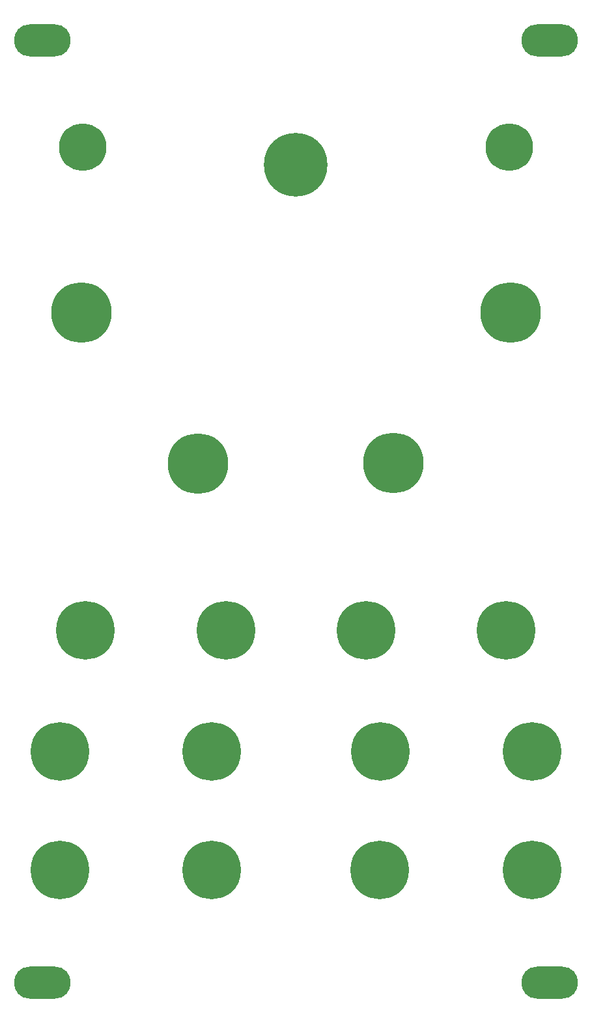
<source format=gbs>
G04 #@! TF.GenerationSoftware,KiCad,Pcbnew,(7.0.0-0)*
G04 #@! TF.CreationDate,2023-03-17T15:47:15-07:00*
G04 #@! TF.ProjectId,Kit-Trig-Sampler-FACEPLATE,4b69742d-5472-4696-972d-53616d706c65,rev?*
G04 #@! TF.SameCoordinates,Original*
G04 #@! TF.FileFunction,Soldermask,Bot*
G04 #@! TF.FilePolarity,Negative*
%FSLAX46Y46*%
G04 Gerber Fmt 4.6, Leading zero omitted, Abs format (unit mm)*
G04 Created by KiCad (PCBNEW (7.0.0-0)) date 2023-03-17 15:47:15*
%MOMM*%
%LPD*%
G01*
G04 APERTURE LIST*
%ADD10C,7.620000*%
%ADD11C,7.874000*%
%ADD12O,7.366000X4.191000*%
%ADD13C,6.172200*%
%ADD14C,8.255000*%
G04 APERTURE END LIST*
D10*
X20275000Y-98257236D03*
D11*
X63700000Y-60770000D03*
D12*
X18042999Y-5780999D03*
D13*
X78700000Y-19707236D03*
D10*
X23600000Y-82457236D03*
X40043000Y-98257236D03*
D11*
X23100000Y-41182236D03*
D14*
X51000000Y-21982236D03*
D10*
X20275000Y-113682236D03*
D11*
X78900000Y-41182236D03*
D10*
X60150000Y-82457236D03*
X81725000Y-98257236D03*
D12*
X83956999Y-5780999D03*
D10*
X41925000Y-82457236D03*
D11*
X38300000Y-60814319D03*
D12*
X83956999Y-128286599D03*
D10*
X61930000Y-113682236D03*
X61957000Y-98257236D03*
X40070000Y-113682236D03*
D12*
X18042999Y-128286599D03*
D10*
X78325000Y-82457236D03*
X81725000Y-113682236D03*
D13*
X23300000Y-19707236D03*
M02*

</source>
